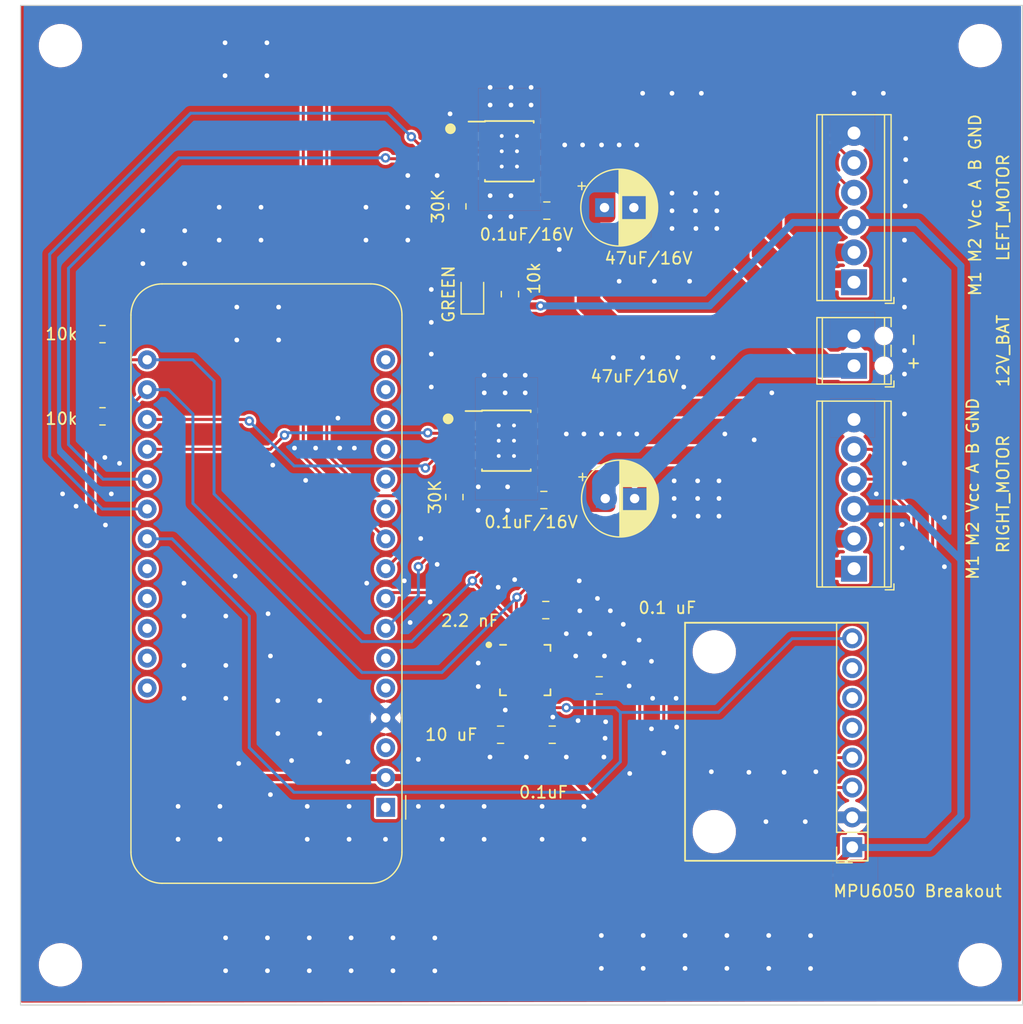
<source format=kicad_pcb>
(kicad_pcb (version 20221018) (generator pcbnew)
  (layers (0 "F.Cu" signal) (31 "B.Cu" signal) (34 "B.Paste" user) (35 "F.Paste" user) (36 "B.SilkS" user "B.Silkscreen") (37 "F.SilkS" user "F.Silkscreen") (38 "B.Mask" user) (39 "F.Mask" user) (44 "Edge.Cuts" user))
  (net 0 "")
  (net 1 "GND")
  (net 7 "OUT_A_RIGHT")
  (net 11 "OUT_B_RIGHT")
  (net 12 "OUT_A_LEFT")
  (net 13 "OUT_B_LEFT")
  (net 19 "IN1_RIGHT")
  (net 28 "IN2_RIGHT")
  (net 29 "IN1_LEFT")
  (net 30 "IN2_LEFT")
  (net 31 "12V_BAT")
  (net 32 "Net-(J1-Pin_1)")
  (net 33 "Net-(J1-Pin_2)")
  (net 39 "Net-(U1-CPOUT)")
  (net 40 "Net-(U1-REGOUT)")
  (net 41 "+3.3V")
  (net 42 "Net-(D1-A)")
  (net 43 "SDA")
  (net 44 "SCL")
  (net 45 "Net-(J2-Pin_1)")
  (net 46 "Net-(J2-Pin_2)")
  (net 47 "INT")
  (net 48 "Net-(U2-ILIM)")
  (net 49 "Net-(U4-ILIM)")
  (footprint "Resistor_SMD:R_0805_2012Metric" (layer "F.Cu") (at 126.5 89)
    (fp_text reference "R11" hide)
    (fp_text value "10k")
  )
  (footprint "MountingHole:MountingHole_3.2mm_M3" (layer "F.Cu") (at 122.919 142.686)
    (fp_text reference "H4" hide)
    (fp_text value "MountingHole")
  )
  (footprint "Resistor_SMD:R_0805_2012Metric" (layer "F.Cu") (at 156.464 102.87 -90)
    (fp_text reference "R8" hide)
    (fp_text value "30K")
  )
  (footprint "Package_SO:Texas_HTSOP-8-1EP_3.9x4.9mm_P1.27mm_EP2.95x4.9mm_Mask2.4x3.1mm_ThermalVias" (layer "F.Cu") (at 161.148 73.436)
    (fp_text reference "U2" hide)
    (fp_text value "DRV8871DDA" hide)
  )
  (footprint "Capacitor_SMD:C_0805_2012Metric" (layer "F.Cu") (at 164.338 78.486 180)
    (fp_text reference "C5" hide)
    (fp_text value "0.1uF/16V")
  )
  (footprint "Capacitor_THT:CP_Radial_D6.3mm_P2.50mm" (layer "F.Cu") (at 169.251621 78.232)
    (fp_text reference "C7" hide)
    (fp_text value "47uF/16V")
  )
  (footprint "MountingHole:MountingHole_3.2mm_M3" (layer "F.Cu") (at 201.249 142.686)
    (fp_text reference "H3" hide)
    (fp_text value "MountingHole" hide)
  )
  (footprint "MountingHole:MountingHole_3.2mm_M3" (layer "F.Cu") (at 178.6 131.35)
    (fp_text reference "H5" hide)
    (fp_text value "IMU MountingHole")
  )
  (footprint "TerminalBlock_Phoenix:TerminalBlock_Phoenix_MPT-0,5-2-2.54_1x02_P2.54mm_Horizontal" (layer "F.Cu") (at 190.5 91.694 90)
    (fp_text reference "J3" hide)
    (fp_text value "12V_BAT")
  )
  (footprint "MountingHole:MountingHole_3.2mm_M3" (layer "F.Cu") (at 178.6 116.05)
    (fp_text reference "H6" hide)
    (fp_text value "IMU MountingHole")
  )
  (footprint "Capacitor_SMD:C_0805_2012Metric" (layer "F.Cu") (at 164.8 123.1 180)
    (fp_text reference "C2")
    (fp_text value "0.1uF")
  )
  (footprint "Sensor_Motion:InvenSense_QFN-24_4x4mm_P0.5mm" (layer "F.Cu") (at 162.5 117.6)
    (fp_text reference "U1" hide)
    (fp_text value "MPU-6050" hide)
  )
  (footprint "Capacitor_SMD:C_0805_2012Metric" (layer "F.Cu") (at 164.084 103.124 180)
    (fp_text reference "C6" hide)
    (fp_text value "0.1uF/16V")
  )
  (footprint "Resistor_SMD:R_0805_2012Metric" (layer "F.Cu") (at 156.718 78.1285 -90)
    (fp_text reference "R1" hide)
    (fp_text value "30K")
  )
  (footprint "Connector_PinSocket_2.54mm:PinSocket_1x08_P2.54mm_Vertical" (layer "F.Cu") (at 190.35 132.674469 180)
    (fp_text reference "J4" hide)
    (fp_text value "Conn_01x08_Socket" hide)
  )
  (footprint "LED_SMD:LED_0805_2012Metric" (layer "F.Cu") (at 158 85.6 90)
    (fp_text reference "D1" hide)
    (fp_text value "GREEN")
  )
  (footprint "TerminalBlock_Phoenix:TerminalBlock_Phoenix_MPT-0,5-6-2.54_1x06_P2.54mm_Horizontal" (layer "F.Cu") (at 190.5 84.582 90)
    (fp_text reference "J1" hide)
    (fp_text value "LEFT_MOTOR")
  )
  (footprint "MountingHole:MountingHole_3.2mm_M3" (layer "F.Cu") (at 201.249 64.446)
    (fp_text reference "H2" hide)
    (fp_text value "MountingHole" hide)
  )
  (footprint "Capacitor_THT:CP_Radial_D6.3mm_P2.50mm" (layer "F.Cu") (at 169.317621 103)
    (fp_text reference "C9" hide)
    (fp_text value "47uF/16V")
  )
  (footprint "Package_SO:Texas_HTSOP-8-1EP_3.9x4.9mm_P1.27mm_EP2.95x4.9mm_Mask2.4x3.1mm_ThermalVias" (layer "F.Cu") (at 160.894 98.074)
    (fp_text reference "U4" hide)
    (fp_text value "DRV8871DDA" hide)
  )
  (footprint "Capacitor_SMD:C_0805_2012Metric" (layer "F.Cu") (at 160.4 123.1 180)
    (fp_text reference "C3" hide)
    (fp_text value "10 uF")
  )
  (footprint "Capacitor_SMD:C_0805_2012Metric" (layer "F.Cu") (at 164.25 112.492 180)
    (fp_text reference "C1" hide)
    (fp_text value "2.2 nF")
  )
  (footprint "Resistor_SMD:R_0805_2012Metric" (layer "F.Cu") (at 161.2 85.6 90)
    (fp_text reference "R2" hide)
    (fp_text value "10k")
  )
  (footprint "TerminalBlock_Phoenix:TerminalBlock_Phoenix_MPT-0,5-6-2.54_1x06_P2.54mm_Horizontal" (layer "F.Cu") (at 190.5 108.966 90)
    (fp_text reference "J2" hide)
    (fp_text value "RIGHT_MOTOR")
  )
  (footprint "Resistor_SMD:R_0805_2012Metric" (layer "F.Cu") (at 126.5 96)
    (fp_text reference "R10" hide)
    (fp_text value "10k")
  )
  (footprint "MountingHole:MountingHole_3.2mm_M3" (layer "F.Cu") (at 122.919 64.446)
    (fp_text reference "H1" hide)
    (fp_text value "MountingHole" hide)
  )
  (footprint "Capacitor_SMD:C_0805_2012Metric" (layer "F.Cu") (at 168.8 118.9)
    (fp_text reference "C4")
    (fp_text value "0.1 uF")
  )
  (footprint "Module:Adafruit_Feather" (layer "F.Cu") (at 150.622 129.286 180)
    (fp_text reference "A1" hide)
    (fp_text value "Adafruit_Feather_HUZZAH32_ESP32" hide)
  )
  (gr_circle (center 155.936532 96.212233) (end 156.317532 96.212233) (stroke (width 0.15)) (fill solid) (layer "F.SilkS"))
  (gr_rect (start 176.110631 113.56907) (end 191.68 133.830931) (stroke (width 0.15)) (fill none) (layer "F.SilkS"))
  (gr_circle (center 156.132593 71.51846) (end 156.513593 71.51846) (stroke (width 0.15)) (fill solid) (layer "F.SilkS"))
  (gr_circle (center 159.4 115.45) (end 159.606155 115.45) (stroke (width 0.15)) (fill solid) (layer "F.SilkS"))
  (gr_rect (start 119.517 61.021) (end 204.851 146.111) (stroke (width 0.1)) (fill none) (layer "Edge.Cuts"))
  (gr_text "MPU6050 Breakout" (at 188.65 137) (layer "F.SilkS") (effects (font (size 1 1)) (justify left bottom)))
  (gr_text "M1 M2 Vcc A B GND" (at 201.4 85.852 90) (layer "F.SilkS") (effects (font (size 1 1)) (justify left bottom)))
  (gr_text "+ -" (at 196.088 92.202 90) (layer "F.SilkS") (effects (font (size 1 1)) (justify left bottom)))
  (gr_text "M1 M2 Vcc A B GND" (at 201.2 110 90) (layer "F.SilkS") (effects (font (size 1 1)) (justify left bottom)))
  (segment (start 161.25 119.55) (end 161.25 120.55) (width 0.25) (layer "F.Cu") (net 1))
  (segment (start 162.25 119.55) (end 162.25 122.136396) (width 0.25) (layer "F.Cu") (net 1))
  (segment (start 162.25 122.136396) (end 162.6 122.486396) (width 0.25) (layer "F.Cu") (net 1))
  (segment (start 160.55 116.35) (end 159.15 116.35) (width 0.25) (layer "F.Cu") (net 1))
  (segment (start 163.65 121.6) (end 164.85 121.6) (width 0.25) (layer "F.Cu") (net 1))
  (segment (start 163.25 121.25) (end 163.6 121.6) (width 0.25) (layer "F.Cu") (net 1))
  (segment (start 160.55 118.85) (end 158.65 118.85) (width 0.25) (layer "F.Cu") (net 1))
  (segment (start 163.25 119.55) (end 163.25 121.25) (width 0.25) (layer "F.Cu") (net 1))
  (segment (start 158.65 118.85) (end 158.5 119) (width 0.25) (layer "F.Cu") (net 1))
  (segment (start 166.75 116.35) (end 166.8 116.4) (width 0.25) (layer "F.Cu") (net 1))
  (segment (start 161.3 120.6) (end 160.9 121) (width 0.25) (layer "F.Cu") (net 1))
  (segment (start 162.6 122.486396) (end 162.6 125) (width 0.25) (layer "F.Cu") (net 1))
  (segment (start 159.15 116.35) (end 158.5 117) (width 0.25) (layer "F.Cu") (net 1))
  (segment (start 164.45 116.35) (end 166.75 116.35) (width 0.25) (layer "F.Cu") (net 1))
  (segment (start 161.25 120.55) (end 161.3 120.6) (width 0.25) (layer "F.Cu") (net 1))
  (via (at 168.984 140.19) (size 0.8) (drill 0.4) (layers "F.Cu" "B.Cu") (net 1))
  (via (at 169.35 122) (size 0.8) (drill 0.4) (layers "F.Cu" "B.Cu") (net 1))
  (via (at 141.4368 120.2) (size 0.8) (drill 0.4) (layers "F.Cu" "B.Cu") (net 1))
  (via (at 184.55 126.3) (size 0.8) (drill 0.4) (layers "F.Cu" "B.Cu") (net 1))
  (via (at 160.2 110.55) (size 0.8) (drill 0.4) (layers "F.Cu" "B.Cu") (net 1))
  (via (at 194.8 90.4) (size 0.8) (drill 0.4) (layers "F.Cu" "B.Cu") (net 1))
  (via (at 144.65 98.7) (size 0.8) (drill 0.4) (layers "F.Cu" "B.Cu") (net 1))
  (via (at 170.85 113.7) (size 0.8) (drill 0.4) (layers "F.Cu" "B.Cu") (net 1))
  (via (at 194.8 86.7) (size 0.8) (drill 0.4) (layers "F.Cu" "B.Cu") (net 1))
  (via (at 149 110.2) (size 0.8) (drill 0.4) (layers "F.Cu" "B.Cu") (net 1))
  (via (at 158.5 102) (size 0.8) (drill 0.4) (layers "F.Cu" "B.Cu") (net 1))
  (via (at 136.984 143.19) (size 0.8) (drill 0.4) (layers "F.Cu" "B.Cu") (net 1))
  (via (at 140 81) (size 0.8) (drill 0.4) (layers "F.Cu" "B.Cu") (net 1))
  (via (at 140.8 116.4) (size 0.8) (drill 0.4) (layers "F.Cu" "B.Cu") (net 1))
  (via (at 168 114.5) (size 0.8) (drill 0.4) (layers "F.Cu" "B.Cu") (net 1))
  (via (at 161.29 69.5) (size 0.8) (drill 0.4) (layers "F.Cu" "B.Cu") (net 1))
  (via (at 170.5 84.5) (size 0.8) (drill 0.4) (layers "F.Cu" "B.Cu") (net 1))
  (via (at 140.5472 140.39) (size 0.8) (drill 0.4) (layers "F.Cu" "B.Cu") (net 1))
  (via (at 152.2 110) (size 0.8) (drill 0.4) (layers "F.Cu" "B.Cu") (net 1))
  (via (at 165.862 72.898) (size 0.8) (drill 0.4) (layers "F.Cu" "B.Cu") (net 1))
  (via (at 156.1 70.25) (size 0.8) (drill 0.4) (layers "F.Cu" "B.Cu") (net 1))
  (via (at 140.8 128.2) (size 0.8) (drill 0.4) (layers "F.Cu" "B.Cu") (net 1))
  (via (at 175.35 120) (size 0.8) (drill 0.4) (layers "F.Cu" "B.Cu") (net 1))
  (via (at 194.8 95.8) (size 0.8) (drill 0.4) (layers "F.Cu" "B.Cu") (net 1))
  (via (at 166 97.5) (size 0.8) (drill 0.4) (layers "F.Cu" "B.Cu") (net 1))
  (via (at 151.2368 143.19) (size 0.8) (drill 0.4) (layers "F.Cu" "B.Cu") (net 1))
  (via (at 151.2368 140.39) (size 0.8) (drill 0.4) (layers "F.Cu" "B.Cu") (net 1))
  (via (at 126.7 99.5) (size 0.8) (drill 0.4) (layers "F.Cu" "B.Cu") (net 1))
  (via (at 163.9368 132) (size 0.8) (drill 0.4) (layers "F.Cu" "B.Cu") (net 1))
  (via (at 136.4368 81) (size 0.8) (drill 0.4) (layers "F.Cu" "B.Cu") (net 1))
  (via (at 159.5 125) (size 0.8) (drill 0.4) (layers "F.Cu" "B.Cu") (net 1))
  (via (at 167.1 110) (size 0.8) (drill 0.4) (layers "F.Cu" "B.Cu") (net 1))
  (via (at 194.8 84.4) (size 0.8) (drill 0.4) (layers "F.Cu" "B.Cu") (net 1))
  (via (at 187.25 126.25) (size 0.8) (drill 0.4) (layers "F.Cu" "B.Cu") (net 1))
  (via (at 175.184 102.99) (size 0.8) (drill 0.4) (layers "F.Cu" "B.Cu") (net 1))
  (via (at 167.386 72.898) (size 0.8) (drill 0.4) (layers "F.Cu" "B.Cu") (net 1))
  (via (at 138.1 125.55) (size 0.8) (drill 0.4) (layers "F.Cu" "B.Cu") (net 1))
  (via (at 178.5 91) (size 0.8) (drill 0.4) (layers "F.Cu" "B.Cu") (net 1))
  (via (at 166 125) (size 0.8) (drill 0.4) (layers "F.Cu" "B.Cu") (net 1))
  (via (at 155 75.5) (size 0.8) (drill 0.4) (layers "F.Cu" "B.Cu") (net 1))
  (via (at 182 98) (size 0.8) (drill 0.4) (layers "F.Cu" "B.Cu") (net 1))
  (via (at 175 80.01) (size 0.8) (drill 0.4) (layers "F.Cu" "B.Cu") (net 1))
  (via (at 133.4368 113) (size 0.8) (drill 0.4) (layers "F.Cu" "B.Cu") (net 1))
  (via (at 147.95 98.7) (size 0.8) (drill 0.4) (layers "F.Cu" "B.Cu") (net 1))
  (via (at 175.184 101.49) (size 0.8) (drill 0.4) (layers "F.Cu" "B.Cu") (net 1))
  (via (at 154.5 88) (size 0.8) (drill 0.4) (layers "F.Cu" "B.Cu") (net 1))
  (via (at 144.1104 140.39) (size 0.8) (drill 0.4) (layers "F.Cu" "B.Cu") (net 1))
  (via (at 194.8 100) (size 0.8) (drill 0.4) (layers "F.Cu" "B.Cu") (net 1))
  (via (at 194.8 92.4) (size 0.8) (drill 0.4) (layers "F.Cu" "B.Cu") (net 1))
  (via (at 178.816 77) (size 0.8) (drill 0.4) (layers "F.Cu" "B.Cu") (net 1))
  (via (at 146.7 98.7) (size 0.8) (drill 0.4) (layers "F.Cu" "B.Cu") (net 1))
  (via (at 152.5 75.5) (size 0.8) (drill 0.4) (layers "F.Cu" "B.Cu") (net 1))
  (via (at 123.1 102.6) (size 0.8) (drill 0.4) (layers "F.Cu" "B.Cu") (net 1))
  (via (at 159.512 69.5) (size 0.8) (drill 0.4) (layers "F.Cu" "B.Cu") (net 1))
  (via (at 170.5 72.898) (size 0.8) (drill 0.4) (layers "F.Cu" "B.Cu") (net 1))
  (via (at 154.8 143.2) (size 0.8) (drill 0.4) (layers "F.Cu" "B.Cu") (net 1))
  (via (at 159.012 92.5) (size 0.8) (drill 0.4) (layers "F.Cu" "B.Cu") (net 1))
  (via (at 137.9368 86.7) (size 0.8) (drill 0.4) (layers "F.Cu" "B.Cu") (net 1))
  (via (at 183 130.5) (size 0.8) (drill 0.4) (layers "F.Cu" "B.Cu") (net 1))
  (via (at 173.5 84.5) (size 0.8) (drill 0.4) (layers "F.Cu" "B.Cu") (net 1))
  (via (at 175.4 122.45) (size 0.8) (drill 0.4) (layers "F.Cu" "B.Cu") (net 1))
  (via (at 167.5 129.2) (size 0.8) (drill 0.4) (layers "F.Cu" "B.Cu") (net 1))
  (via (at 169.25 116.4) (size 0.8) (drill 0.4) (layers "F.Cu" "B.Cu") (net 1))
  (via (at 137 117.2) (size 0.8) (drill 0.4) (layers "F.Cu" "B.Cu") (net 1))
  (via (at 159 129.2) (size 0.8) (drill 0.4) (layers "F.Cu" "B.Cu") (net 1))
  (via (at 190.5 68.5) (size 0.8) (drill 0.4) (layers "F.Cu" "B.Cu") (net 1))
  (via (at 160.79 94) (size 0.8) (drill 0.4) (layers "F.Cu" "B.Cu") (net 1))
  (via (at 137 120) (size 0.8) (drill 0.4) (layers "F.Cu" "B.Cu") (net 1))
  (via (at 198.2 104.6) (size 0.8) (drill 0.4) (layers "F.Cu" "B.Cu") (net 1))
  (via (at 150.6 132) (size 0.8) (drill 0.4) (layers "F.Cu" "B.Cu") (net 1))
  (via (at 141.5 86.7) (size 0.8) (drill 0.4) (layers "F.Cu" "B.Cu") (net 1))
  (via (at 127.25 102.6) (size 0.8) (drill 0.4) (layers "F.Cu" "B.Cu") (net 1))
  (via (at 155.4368 129.2) (size 0.8) (drill 0.4) (layers "F.Cu" "B.Cu") (net 1))
  (via (at 140.5 67) (size 0.8) (drill 0.4) (layers "F.Cu" "B.Cu") (net 1))
  (via (at 176 93.5) (size 0.8) (drill 0.4) (layers "F.Cu" "B.Cu") (net 1))
  (via (at 172 97.5) (size 0.8) (drill 0.4) (layers "F.Cu" "B.Cu") (net 1))
  (via (at 167 121.9) (size 0.8) (drill 0.4) (layers "F.Cu" "B.Cu") (net 1))
  (via (at 160.8 121) (size 0.8) (drill 0.4) (layers "F.Cu" "B.Cu") (net 1))
  (via (at 172 72.898) (size 0.8) (drill 0.4) (layers "F.Cu" "B.Cu") (net 1))
  (via (at 175 78.5) (size 0.8) (drill 0.4) (layers "F.Cu" "B.Cu") (net 1))
  (via (at 179.5 97.5) (size 0.8) (drill 0.4) (layers "F.Cu" "B.Cu") (net 1))
  (via (at 186.8 140.2) (size 0.8) (drill 0.4) (layers "F.Cu" "B.Cu") (net 1))
  (via (at 136.9368 67) (size 0.8) (drill 0.4) (layers "F.Cu" "B.Cu") (net 1))
  (via (at 144.1104 143.19) (size 0.8) (drill 0.4) (layers "F.Cu" "B.Cu") (net 1))
  (via (at 186.8 143) (size 0.8) (drill 0.4) (layers "F.Cu" "B.Cu") (net 1))
  (via (at 161.6 109.9) (size 0.8) (drill 0.4) (layers "F.Cu" "B.Cu") (net 1))
  (via (at 193 68.5) (size 0.8) (drill 0.4) (layers "F.Cu" "B.Cu") (net 1))
  (via (at 163 69.5) (size 0.8) (drill 0.4) (layers "F.Cu" "B.Cu") (net 1))
  (via (at 172.5 68.5) (size 0.8) (drill 0.4) (layers "F.Cu" "B.Cu") (net 1))
  (via (at 168.65 111.5) (size 0.8) (drill 0.4) (layers "F.Cu" "B.Cu") (net 1))
  (via (at 177.184 101.49) (size 0.8) (drill 0.4) (layers "F.Cu" "B.Cu") (net 1))
  (via (at 147.6736 143.19) (size 0.8) (drill 0.4) (layers "F.Cu" "B.Cu") (net 1))
  (via (at 181.55 126.3) (size 0.8) (drill 0.4) (layers "F.Cu" "B.Cu") (net 1))
  (via (at 127.95 100) (size 0.8) (drill 0.4) (layers "F.Cu" "B.Cu") (net 1))
  (via (at 179.6736 142.99) (size 0.8) (drill 0.4) (layers "F.Cu" "B.Cu") (net 1))
  (via (at 194.6 107.2) (size 0.8) (drill 0.4) (layers "F.Cu" "B.Cu") (net 1))
  (via (at 145 123) (size 0.8) (drill 0.4) (layers "F.Cu" "B.Cu") (net 1))
  (via (at 159.512 77.216) (size 0.8) (drill 0.4) (layers "F.Cu" "B.Cu") (net 1))
  (via (at 133.5 80.2) (size 0.8) (drill 0.4) (layers "F.Cu" "B.Cu") (net 1))
  (via (at 173.25 116.85) (size 0.8) (drill 0.4) (layers "F.Cu" "B.Cu") (net 1))
  (via (at 137.8 109.6) (size 0.8) (drill 0.4) (layers "F.Cu" "B.Cu") (net 1))
  (via (at 161 104) (size 0.8) (drill 0.4) (layers "F.Cu" "B.Cu") (net 1))
  (via (at 161.29 79) (size 0.8) (drill 0.4) (layers "F.Cu" "B.Cu") (net 1))
  (via (at 169 72.898) (size 0.8) (drill 0.4) (layers "F.Cu" "B.Cu") (net 1))
  (via (at 136.5 132) (size 0.8) (drill 0.4) (layers "F.Cu" "B.Cu") (net 1))
  (via (at 170 91) (size 0.8) (drill 0.4) (layers "F.Cu" "B.Cu") (net 1))
  (via (at 192.8 105.2) (size 0.8) (drill 0.4) (layers "F.Cu" "B.Cu") (net 1))
  (via (at 152.5 78.2) (size 0.8) (drill 0.4) (layers "F.Cu" "B.Cu") (net 1))
  (via (at 132.9368 132) (size 0.8) (drill 0.4) (layers "F.Cu" "B.Cu") (net 1))
  (via (at 177.5 68.5) (size 0.8) (drill 0.4) (layers "F.Cu" "B.Cu") (net 1))
  (via (at 154.5 85.2) (size 0.8) (drill 0.4) (layers "F.Cu" "B.Cu") (net 1))
  (via (at 158.5 117) (size 0.8) (drill 0.4) (layers "F.Cu" "B.Cu") (net 1))
  (via (at 154.8 140.4) (size 0.8) (drill 0.4) (layers "F.Cu" "B.Cu") (net 1))
  (via (at 176.5 84.5) (size 0.8) (drill 0.4) (layers "F.Cu" "B.Cu") (net 1))
  (via (at 154.5 90.7) (size 0.8) (drill 0.4) (layers "F.Cu" "B.Cu") (net 1))
  (via (at 169 97.5) (size 0.8) (drill 0.4) (layers "F.Cu" "B.Cu") (net 1))
  (via (at 154.5 93.5) (size 0.8) (drill 0.4) (layers "F.Cu" "B.Cu") (net 1))
  (via (at 175.5 91) (size 0.8) (drill 0.4) (layers "F.Cu" "B.Cu") (net 1))
  (via (at 162.5 92.5) (size 0.8) (drill 0.4) (layers "F.Cu" "B.Cu") (net 1))
  (via (at 186.35 130.5) (size 0.8) (drill 0.4) (layers "F.Cu" "B.Cu") (net 1))
  (via (at 155 108.6) (size 0.8) (drill 0.4) (layers "F.Cu" "B.Cu") (net 1))
  (via (at 176.1104 140.19) (size 0.8) (drill 0.4) (layers "F.Cu" "B.Cu") (net 1))
  (via (at 161 102) (size 0.8) (drill 0.4) (layers "F.Cu" "B.Cu") (net 1))
  (via (at 129.9368 83) (size 0.8) (drill 0.4) (layers "F.Cu" "B.Cu") (net 1))
  (via (at 153.6 106.4) (size 0.8) (drill 0.4) (layers "F.Cu" "B.Cu") (net 1))
  (via (at 142.6 125.3) (size 0.8) (drill 0.4) (layers "F.Cu" "B.Cu") (net 1))
  (via (at 194.85 78.1) (size 0.8) (drill 0.4) (layers "F.Cu" "B.Cu") (net 1))
  (via (at 183.5 94) (size 0.8) (drill 0.4) (layers "F.Cu" "B.Cu") (net 1))
  (via (at 137.9368 89.5) (size 0.8) (drill 0.4) (layers "F.Cu" "B.Cu") (net 1))
  (via (at 183.2368 142.99) (size 0.8) (drill 0.4) (layers "F.Cu" "B.Cu") (net 1))
  (via (at 192.4 102.6) (size 0.8) (drill 0.4) (layers "F.Cu" "B.Cu") (net 1))
  (via (at 143.9368 129.2) (size 0.8) (drill 0.4) (layers "F.Cu" "B.Cu") (net 1))
  (via (at 152.7 113.55) (size 0.8) (drill 0.4) (layers "F.Cu" "B.Cu") (net 1))
  (via (at 169.2 125) (size 0.8) (drill 0.4) (layers "F.Cu" "B.Cu") (net 1))
  (via (at 132.9368 129.2) (size 0.8) (drill 0.4) (layers "F.Cu" "B.Cu") (net 1))
  (via (at 194.6 105.2) (size 0.8) (drill 0.4) (layers "F.Cu" "B.Cu") (net 1))
  (via (at 148.9368 81) (size 0.8) (drill 0.4) (layers "F.Cu" "B.Cu") (net 1))
  (via (at 143.8 101.45) (size 0.8) (drill 0.4) (layers "F.Cu" "B.Cu") (net 1))
  (via (at 146.55 96.15) (size 0.8) (drill 0.4) (layers "F.Cu" "B.Cu") (net 1))
  (via (at 179.6736 140.19) (size 0.8) (drill 0.4) (layers "F.Cu" "B.Cu") (net 1))
  (via (at 148.9368 78.2) (size 0.8) (drill 0.4) (layers "F.Cu" "B.Cu") (net 1))
  (via (at 147.6736 140.39) (size 0.8) (drill 0.4) (layers "F.Cu" "B.Cu") (net 1))
  (via (at 137 113) (size 0.8) (drill 0.4) (layers "F.Cu" "B.Cu") (net 1))
  (via (at 169.3 123.4) (size 0.8) (drill 0.4) (layers "F.Cu" "B.Cu") (net 1))
  (via (at 147.5 129.2) (size 0.8) (drill 0.4) (layers "F.Cu" "B.Cu") (net 1))
  (via (at 163.9368 129.2) (size 0.8) (drill 0.4) (layers "F.Cu" "B.Cu") (net 1))
  (via (at 124.25 103.65) (size 0.8) (drill 0.4) (layers "F.Cu" "B.Cu") (net 1))
  (via (at 133.5 83) (size 0.8) (drill 0.4) (layers "F.Cu" "B.Cu") (net 1))
  (via (at 160.79 92.5) (size 0.8) (drill 0.4) (layers "F.Cu" "B.Cu") (net 1))
  (via (at 173.25 122.6) (size 0.8) (drill 0.4) (layers "F.Cu" "B.Cu") (net 1))
  (via (at 179 101.49) (size 0.8) (drill 0.4) (layers "F.Cu" "B.Cu") (net 1))
  (via (at 178.35 126.25) (size 0.8) (drill 0.4) (layers "F.Cu" "B.Cu") (net 1))
  (via (at 155.4368 132) (size 0.8) (drill 0.4) (layers "F.Cu" "B.Cu") (net 1))
  (via (at 141.5 89.5) (size 0.8) (drill 0.4) (layers "F.Cu" "B.Cu") (net 1))
  (via (at 159 132) (size 0.8) (drill 0.4) (layers "F.Cu" "B.Cu") (net 1))
  (via (at 183.2368 140.19) (size 0.8) (drill 0.4) (layers "F.Cu" "B.Cu") (net 1))
  (via (at 177.038 80.01) (size 0.8) (drill 0.4) (layers "F.Cu" "B.Cu") (net 1))
  (via (at 136.4368 78.2) (size 0.8) (drill 0.4) (layers "F.Cu" "B.Cu") (net 1))
  (via (at 129.9368 80.2) (size 0.8) (drill 0.4) (layers "F.Cu" "B.Cu") (net 1))
  (via (at 166 114.5) (size 0.8) (drill 0.4) (layers "F.Cu" "B.Cu") (net 1))
  (via (at 168.984 142.99) (size 0.8) (drill 0.4) (layers "F.Cu" "B.Cu") (net 1))
  (via (at 172.5472 140.19) (size 0.8) (drill 0.4) (layers "F.Cu" "B.Cu") (net 1))
  (via (at 159.012 94) (size 0.8) (drill 0.4) (layers "F.Cu" "B.Cu") (net 1))
  (via (at 140.6 112.8) (size 0.8) (drill 0.4) (layers "F.Cu" "B.Cu") (net 1))
  (via (at 140.5472 143.19) (size 0.8) (drill 0.4) (layers "F.Cu" "B.Cu") (net 1))
  (via (at 154.4 111.8) (size 0.8) (drill 0.4) (layers "F.Cu" "B.Cu") (net 1))
  (via (at 158.5 119) (size 0.8) (drill 0.4) (layers "F.Cu" "B.Cu") (net 1))
  (via (at 161.29 68) (size 0.8) (drill 0.4) (layers "F.Cu" "B.Cu") (net 1))
  (via (at 143.9368 132) (size 0.8) (drill 0.4) (layers "F.Cu" "B.Cu") (net 1))
  (via (at 162.5 94) (size 0.8) (drill 0.4) (layers "F.Cu" "B.Cu") (net 1))
  (via (at 133.4368 117.2) (size 0.8) (drill 0.4) (layers "F.Cu" "B.Cu") (net 1))
  (via (at 140.5 64.2) (size 0.8) (drill 0.4) (layers "F.Cu" "B.Cu") (net 1))
  (via (at 172.5 91) (size 0.8) (drill 0.4) (layers "F.Cu" "B.Cu") (net 1))
  (via (at 179 102.99) (size 0.8) (drill 0.4) (layers "F.Cu" "B.Cu") (net 1))
  (via (at 136.984 140.39) (size 0.8) (drill 0.4) (layers "F.Cu" "B.Cu") (net 1))
  (via (at 142.85 98.7) (size 0.8) (drill 0.4) (layers "F.Cu" "B.Cu") (net 1))
  (via (at 164.85 121.6) (size 0.8) (drill 0.4) (layers "F.Cu" "B.Cu") (net 1))
  (via (at 175 77) (size 0.8) (drill 0.4) (layers "F.Cu" "B.Cu") (net 1))
  (via (at 175.184 104.5) (size 0.8) (drill 0.4) (layers "F.Cu" "B.Cu") (net 1))
  (via (at 153.4 125.2) (size 0.8) (drill 0.4) (layers "F.Cu" "B.Cu") (net 1))
  (via (at 167.15 112.55) (size 0.8) (drill 0.4) (layers "F.Cu" "B.Cu") (net 1))
  (via (at 176.1104 142.99) (size 0.8) (drill 0.4) (layers "F.Cu" "B.Cu") (net 1))
  (via (at 167.5 97.5) (size 0.8) (drill 0.4) (layers "F.Cu" "B.Cu") (net 1))
  (via (at 163 68) (size 0.8) (drill 0.4) (layers "F.Cu" "B.Cu") (net 1))
  (via (at 133.4368 110.2) (size 0.8) (drill 0.4) (layers "F.Cu" "B.Cu") (net 1))
  (via (at 161.29 77.216) (size 0.8) (drill 0.4) (layers "F.Cu" "B.Cu") (net 1))
  (via (at 175 68.5) (size 0.8) (drill 0.4) (layers "F.Cu" "B.Cu") (net 1))
  (via (at 173.35 120) (size 0.8) (drill 0.4) (layers "F.Cu" "B.Cu") (net 1))
  (via (at 177 78.5) (size 0.8) (drill 0.4) (layers "F.Cu" "B.Cu") (net 1))
  (via (at 162.6 125) (size 0.8) (drill 0.4) (layers "F.Cu" "B.Cu") (net 1))
  (via (at 136.9368 64.2) (size 0.8) (drill 0.4) (layers "F.Cu" "B.Cu") (net 1))
  (via (at 198.2 108.8) (size 0.8) (drill 0.4) (layers "F.Cu" "B.Cu") (net 1))
  (via (at 172.2 115.05) (size 0.8) (drill 0.4) (layers "F.Cu" "B.Cu") (net 1))
  (via (at 177 77) (size 0.8) (drill 0.4) (layers "F.Cu" "B.Cu") (net 1))
  (via (at 159.512 79) (size 0.8) (drill 0.4) (layers "F.Cu" "B.Cu") (net 1))
  (via (at 167.5 132) (size 0.8) (drill 0.4) (layers "F.Cu" "B.Cu") (net 1))
  (via (at 133.4368 120) (size 0.8) (drill 0.4) (layers "F.Cu" "B.Cu") (net 1))
  (via (at 194.9 74.15) (size 0.8) (drill 0.4) (layers "F.Cu" "B.Cu") (net 1))
  (via (at 172.5472 142.99) (size 0.8) (drill 0.4) (layers "F.Cu" "B.Cu") (net 1))
  (via (at 126.75 105.25) (size 0.8) (drill 0.4) (layers "F.Cu" "B.Cu") (net 1))
  (via (at 170.9 117) (size 0.8) (drill 0.4) (layers "F.Cu" "B.Cu") (net 1))
  (via (at 169.75 112.55) (size 0.8) (drill 0.4) (layers "F.Cu" "B.Cu") (net 1))
  (via (at 140 78.2) (size 0.8) (drill 0.4) (layers "F.Cu" "B.Cu") (net 1))
  (via (at 170.5 97.5) (size 0.8) (drill 0.4) (layers "F.Cu" "B.Cu") (net 1))
  (via (at 171.4 126.4) (size 0.8) (drill 0.4) (layers "F.Cu" "B.Cu") (net 1))
  (via (at 159.512 68) (size 0.8) (drill 0.4) (layers "F.Cu" "B.Cu") (net 1))
  (via (at 141 100.15) (size 0.8) (drill 0.4) (layers "F.Cu" "B.Cu") (net 1))
  (via (at 179 104.5) (size 0.8) (drill 0.4) (layers "F.Cu" "B.Cu") (net 1))
  (via (at 194.9 76) (size 0.8) (drill 0.4) (layers "F.Cu" "B.Cu") (net 1))
  (via (at 194.9 72.35) (size 0.8) (drill 0.4) (layers "F.Cu" "B.Cu") (net 1))
  (via (at 194.8 81) (size 0.8) (drill 0.4) (layers "F.Cu" "B.Cu") (net 1))
  (via (at 177.222 104.5) (size 0.8) (drill 0.4) (layers "F.Cu" "B.Cu") (net 1))
  (via (at 166.8 116.4) (size 0.8) (drill 0.4) (layers "F.Cu" "B.Cu") (net 1))
  (via (at 158.5 104) (size 0.8) (drill 0.4) (layers "F.Cu" "B.Cu") (net 1))
  (via (at 147.4 125.4) (size 0.8) (drill 0.4) (layers "F.Cu" "B.Cu") (net 1))
  (via (at 152.5 81) (size 0.8) (drill 0.4) (layers "F.Cu" "B.Cu") (net 1))
  (via (at 153.4 129.2) (size 0.8) (drill 0.4) (layers "F.Cu" "B.Cu") (net 1))
  (via (at 141.4368 123) (size 0.8) (drill 0.4) (layers "F.Cu" "B.Cu") (net 1))
  (via (at 147.5 132) (size 0.8) (drill 0.4) (layers "F.Cu" "B.Cu") (net 1))
  (via (at 174.3 124.65) (size 0.8) (drill 0.4) (layers "F.Cu" "B.Cu") (net 1))
  (via (at 136.5 129.2) (size 0.8) (drill 0.4) (layers "F.Cu" "B.Cu") (net 1))
  (via (at 165.4 81.8) (size 0.8) (drill 0.4) (layers "F.Cu" "B.Cu") (net 1))
  (via (at 178.816 80.01) (size 0.8) (drill 0.4) (layers "F.Cu" "B.Cu") (net 1))
  (via (at 178.816 78.5) (size 0.8) (drill 0.4) (layers "F.Cu" "B.Cu") (net 1))
  (via (at 145 120.2) (size 0.8) (drill 0.4) (layers "F.Cu" "B.Cu") (net 1))
  (via (at 171.35 118.95) (size 0.8) (drill 0.4) (layers "F.Cu" "B.Cu") (net 1))
  (via (at 177.184 102.99) (size 0.8) (drill 0.4) (layers "F.Cu" "B.Cu") (net 1))
  (segment (start 192.546 101.346) (end 195.6 104.4) (width 0.25) (layer "F.Cu") (net 7))
  (segment (start 177 106) (end 156.2 106) (width 0.25) (layer "F.Cu") (net 7))
  (segment (start 182.2 111.2) (end 177 106) (width 0.25) (layer "F.Cu") (net 7))
  (segment (start 195.6 110.8) (end 195.2 111.2) (width 0.25) (layer "F.Cu") (net 7))
  (segment (start 156.2 106) (end 153.4 108.8) (width 0.25) (layer "F.Cu") (net 7))
  (segment (start 195.6 104.4) (end 195.6 110.8) (width 0.25) (layer "F.Cu") (net 7))
  (segment (start 195.2 111.2) (end 182.2 111.2) (width 0.25) (layer "F.Cu") (net 7))
  (segment (start 190.5 101.346) (end 192.546 101.346) (width 0.25) (layer "F.Cu") (net 7))
  (via (at 153.4 108.8) (size 0.8) (drill 0.4) (layers "F.Cu" "B.Cu") (net 7))
  (segment (start 153.4 111.268) (end 150.622 114.046) (width 0.25) (layer "B.Cu") (net 7))
  (segment (start 153.4 108.8) (end 153.4 111.268) (width 0.25) (layer "B.Cu") (net 7))
  (segment (start 157.7 107.5) (end 174.9 107.5) (width 0.25) (layer "F.Cu") (net 11))
  (segment (start 195.6 112.8) (end 197.2 111.2) (width 0.25) (layer "F.Cu") (net 11))
  (segment (start 174.9 107.5) (end 180.2 112.8) (width 0.25) (layer "F.Cu") (net 11))
  (segment (start 154.2 111) (end 157.7 107.5) (width 0.25) (layer "F.Cu") (net 11))
  (segment (start 197.2 104) (end 192.006 98.806) (width 0.25) (layer "F.Cu") (net 11))
  (segment (start 192.006 98.806) (end 190.5 98.806) (width 0.25) (layer "F.Cu") (net 11))
  (segment (start 151.128 111) (end 154.2 111) (width 0.25) (layer "F.Cu") (net 11))
  (segment (start 180.2 112.8) (end 195.6 112.8) (width 0.25) (layer "F.Cu") (net 11))
  (segment (start 197.2 111.2) (end 197.2 104) (width 0.25) (layer "F.Cu") (net 11))
  (segment (start 150.622 111.506) (end 151.128 111) (width 0.25) (layer "F.Cu") (net 11))
  (segment (start 190.5 76.962) (end 186 72.462) (width 0.25) (layer "F.Cu") (net 12))
  (segment (start 184 65.5) (end 146.7 65.5) (width 0.25) (layer "F.Cu") (net 12))
  (segment (start 146.7 65.5) (end 145.6 66.6) (width 0.25) (layer "F.Cu") (net 12))
  (segment (start 151.961 102.761) (end 152.4 103.2) (width 0.25) (layer "F.Cu") (net 12))
  (segment (start 152.4 103.2) (end 152.4 107.188) (width 0.25) (layer "F.Cu") (net 12))
  (segment (start 152.4 107.188) (end 150.622 108.966) (width 0.25) (layer "F.Cu") (net 12))
  (segment (start 145.6 66.6) (end 145.6 99.2) (width 0.25) (layer "F.Cu") (net 12))
  (segment (start 186 72.462) (end 186 67.5) (width 0.25) (layer "F.Cu") (net 12))
  (segment (start 186 67.5) (end 184 65.5) (width 0.25) (layer "F.Cu") (net 12))
  (segment (start 145.6 99.2) (end 149.161 102.761) (width 0.25) (layer "F.Cu") (net 12))
  (segment (start 149.161 102.761) (end 151.961 102.761) (width 0.25) (layer "F.Cu") (net 12))
  (segment (start 143.6 99.404) (end 150.622 106.426) (width 0.25) (layer "F.Cu") (net 13))
  (segment (start 188 67) (end 184.2 63.2) (width 0.25) (layer "F.Cu") (net 13))
  (segment (start 190.5 74.422) (end 188 71.922) (width 0.25) (layer "F.Cu") (net 13))
  (segment (start 143.6 66) (end 143.6 99.404) (width 0.25) (layer "F.Cu") (net 13))
  (segment (start 188 71.922) (end 188 67) (width 0.25) (layer "F.Cu") (net 13))
  (segment (start 146.4 63.2) (end 143.6 66) (width 0.25) (layer "F.Cu") (net 13))
  (segment (start 184.2 63.2) (end 146.4 63.2) (width 0.25) (layer "F.Cu") (net 13))
  (segment (start 158.019 98.709) (end 155.691 98.709) (width 0.25) (layer "F.Cu") (net 19))
  (segment (start 139 96.4) (end 138.866 96.266) (width 0.25) (layer "F.Cu") (net 19))
  (segment (start 138.866 96.266) (end 130.302 96.266) (width 0.25) (layer "F.Cu") (net 19))
  (segment (start 155.691 98.709) (end 154 100.4) (width 0.25) (layer "F.Cu") (net 19))
  (via (at 139 96.4) (size 0.8) (drill 0.4) (layers "F.Cu" "B.Cu") (net 19))
  (via (at 154 100.4) (size 0.8) (drill 0.4) (layers "F.Cu" "B.Cu") (net 19))
  (segment (start 142.821 100.221) (end 139 96.4) (width 0.25) (layer "B.Cu") (net 19))
  (segment (start 153.821 100.221) (end 142.821 100.221) (width 0.25) (layer "B.Cu") (net 19))
  (segment (start 154 100.4) (end 153.821 100.221) (width 0.25) (layer "B.Cu") (net 19))
  (segment (start 158.019 97.439) (end 154.239 97.439) (width 0.25) (layer "F.Cu") (net 28))
  (segment (start 140.794 98.806) (end 130.302 98.806) (width 0.25) (layer "F.Cu") (net 28))
  (segment (start 154.239 97.439) (end 154.2 97.4) (width 0.25) (layer "F.Cu") (net 28))
  (segment (start 142 97.6) (end 140.794 98.806) (width 0.25) (layer "F.Cu") (net 28))
  (via (at 142 97.6) (size 0.8) (drill 0.4) (layers "F.Cu" "B.Cu") (net 28))
  (via (at 154.2 97.4) (size 0.8) (drill 0.4) (layers "F.Cu" "B.Cu") (net 28))
  (segment (start 142.2 97.4) (end 142 97.6) (width 0.25) (layer "B.Cu") (net 28))
  (segment (start 154.2 97.4) (end 154 97.2) (width 0.25) (layer "B.Cu") (net 28))
  (segment (start 154.2 97.4) (end 142.2 97.4) (width 0.25) (layer "B.Cu") (net 28))
  (segment (start 150.6 74) (end 150.671 74.071) (width 0.25) (layer "F.Cu") (net 29))
  (segment (start 150.671 74.071) (end 158.273 74.071) (width 0.25) (layer "F.Cu") (net 29))
  (via (at 150.6 74) (size 0.8) (drill 0.4) (layers "F.Cu" "B.Cu") (net 29))
  (segment (start 123.6 83.4) (end 132.5 74.5) (width 0.25) (layer "B.Cu") (net 29))
  (segment (start 130.302 101.346) (end 126.546 101.346) (width 0.25) (layer "B.Cu") (net 29))
  (segment (start 133 74) (end 150.6 74) (width 0.25) (layer "B.Cu") (net 29))
  (segment (start 132.5 74.5) (end 133 74) (width 0.25) (layer "B.Cu") (net 29))
  (segment (start 126.546 101.346) (end 123.6 98.4) (width 0.25) (layer "B.Cu") (net 29))
  (segment (start 123.6 98.4) (end 123.6 83.4) (width 0.25) (layer "B.Cu") (net 29))
  (segment (start 153.401 72.801) (end 158.273 72.801) (width 0.25) (layer "F.Cu") (net 30))
  (segment (start 152.8 72.2) (end 153.401 72.801) (width 0.25) (layer "F.Cu") (net 30))
  (via (at 152.8 72.2) (size 0.8) (drill 0.4) (layers "F.Cu" "B.Cu") (net 30))
  (segment (start 130.302 103.886) (end 126.486 103.886) (width 0.25) (layer "B.Cu") (net 30))
  (segment (start 150.8 70.2) (end 152.8 72.2) (width 0.25) (layer "B.Cu") (net 30))
  (segment (start 122 99.4) (end 122 82.2) (width 0.25) (layer "B.Cu") (net 30))
  (segment (start 134 70.2) (end 150.8 70.2) (width 0.25) (layer "B.Cu") (net 30))
  (segment (start 122 82.2) (end 134 70.2) (width 0.25) (layer "B.Cu") (net 30))
  (segment (start 126.486 103.886) (end 122 99.4) (width 0.25) (layer "B.Cu") (net 30))
  (segment (start 167.894 86.36) (end 167.894 78.486) (width 2) (layer "F.Cu") (net 31))
  (segment (start 169.926 88.392) (end 167.894 86.36) (width 2) (layer "F.Cu") (net 31))
  (segment (start 184.658 88.392) (end 187.96 91.694) (width 2) (layer "F.Cu") (net 31))
  (segment (start 169.926 88.392) (end 184.658 88.392) (width 2) (layer "F.Cu") (net 31))
  (segment (start 187.96 91.694) (end 190.5 91.694) (width 2) (layer "F.Cu") (net 31))
  (segment (start 190.5 91.694) (end 181.706 91.694) (width 2) (layer "B.Cu") (net 31))
  (segment (start 169.2 101.6) (end 169.2 102.882379) (width 2) (layer "B.Cu") (net 31))
  (segment (start 170.2 100.6) (end 169.2 101.6) (width 2) (layer "B.Cu") (net 31))
  (segment (start 169.2 102.882379) (end 169.317621 103) (width 2) (layer "B.Cu") (net 31))
  (segment (start 181.706 91.694) (end 172.8 100.6) (width 2) (layer "B.Cu") (net 31))
  (segment (start 172.8 100.6) (end 170.2 100.6) (width 2) (layer "B.Cu") (net 31))
  (segment (start 180.848 75.946) (end 179.578 74.676) (width 1.5) (layer "F.Cu") (net 32))
  (segment (start 179.578 74.676) (end 169.672 74.676) (width 1.5) (layer "F.Cu") (net 32))
  (segment (start 182.372 84.328) (end 180.848 82.804) (width 1.5) (layer "F.Cu") (net 32))
  (segment (start 189.992 84.328) (end 182.372 84.328) (width 1.5) (layer "F.Cu") (net 32))
  (segment (start 180.848 82.804) (end 180.848 75.946) (width 1.5) (layer "F.Cu") (net 32))
  (segment (start 182.118 70.866) (end 169.418 70.866) (width 1.5) (layer "F.Cu") (net 33))
  (segment (start 189.738 82.042) (end 185.42 82.042) (width 1.5) (layer "F.Cu") (net 33))
  (segment (start 185.42 82.042) (end 183.642 80.264) (width 1.5) (layer "F.Cu") (net 33))
  (segment (start 183.642 80.264) (end 183.642 72.39) (width 1.5) (layer "F.Cu") (net 33))
  (segment (start 183.642 72.39) (end 182.118 70.866) (width 1.5) (layer "F.Cu") (net 33))
  (segment (start 163.3 112.492) (end 163.25 112.542) (width 0.25) (layer "F.Cu") (net 39))
  (segment (start 163.25 112.542) (end 163.25 115.65) (width 0.25) (layer "F.Cu") (net 39))
  (segment (start 163.85 123.1) (end 162.75 122) (width 0.25) (layer "F.Cu") (net 40))
  (segment (start 162.75 122) (end 162.75 119.55) (width 0.25) (layer "F.Cu") (net 40))
  (segment (start 166.55 126.75) (end 176.9 137.1) (width 0.6) (layer "F.Cu") (net 41))
  (segment (start 125.5 96.0875) (end 125.5875 96) (width 0.6) (layer "F.Cu") (net 41))
  (segment (start 168 125.3) (end 168 119.05) (width 0.6) (layer "F.Cu") (net 41))
  (segment (start 161.35 126.75) (end 161.35 123.1) (width 0.6) (layer "F.Cu") (net 41))
  (segment (start 166.55 126.75) (end 168 125.3) (width 0.6) (layer "F.Cu") (net 41))
  (segment (start 125.5875 96) (end 125.5875 89) (width 0.6) (layer "F.Cu") (net 41))
  (segment (start 150.622 126.746) (end 161.346 126.746) (width 0.6) (layer "F.Cu") (net 41))
  (segment (start 163.8 86.6) (end 161.2875 86.6) (width 0.6) (layer "F.Cu") (net 41))
  (segment (start 161.346 126.746) (end 161.35 126.75) (width 0.6) (layer "F.Cu") (net 41))
  (segment (start 164.5 118.9) (end 167.85 118.9) (width 0.25) (layer "F.Cu") (net 41))
  (segment (start 161.2875 86.6) (end 161.2 86.5125) (width 0.6) (layer "F.Cu") (net 41))
  (segment (start 131.246 126.746) (end 125.5 121) (width 0.6) (layer "F.Cu") (net 41))
  (segment (start 150.622 126.746) (end 131.246 126.746) (width 0.6) (layer "F.Cu") (net 41))
  (segment (start 186.1 137.1) (end 190.5 132.7) (width 0.6) (layer "F.Cu") (net 41))
  (segment (start 161.35 126.75) (end 166.55 126.75) (width 0.6) (layer "F.Cu") (net 41))
  (segment (start 161.75 122.7) (end 161.75 119.55) (width 0.25) (layer "F.Cu") (net 41))
  (segment (start 176.9 137.1) (end 186.1 137.1) (width 0.6) (layer "F.Cu") (net 41))
  (segment (start 161.35 123.1) (end 161.75 122.7) (width 0.25) (layer "F.Cu") (net 41))
  (segment (start 164.45 118.85) (end 164.5 118.9) (width 0.25) (layer "F.Cu") (net 41))
  (segment (start 168 119.05) (end 167.85 118.9) (width 0.6) (layer "F.Cu") (net 41))
  (segment (start 125.5 121) (end 125.5 96.0875) (width 0.6) (layer "F.Cu") (net 41))
  (via (at 163.8 86.6) (size 0.8) (drill 0.4) (layers "F.Cu" "B.Cu") (net 41))
  (segment (start 190.5 132.7) (end 196.9 132.7) (width 0.6) (layer "B.Cu") (net 41))
  (segment (start 199.6 130) (end 199.6 108.2) (width 0.6) (layer "B.Cu") (net 41))
  (segment (start 163.8 86.6) (end 164 86.6) (width 0.6) (layer "B.Cu") (net 41))
  (segment (start 190.5 79.502) (end 185.298 79.502) (width 0.6) (layer "B.Cu") (net 41))
  (segment (start 195.114 103.886) (end 190.5 103.886) (width 0.6) (layer "B.Cu") (net 41))
  (segment (start 195.902 79.502) (end 190.5 79.502) (width 0.6) (layer "B.Cu") (net 41))
  (segment (start 178.2 86.6) (end 163.8 86.6) (width 0.6) (layer "B.Cu") (net 41))
  (segment (start 199.6 108.2) (end 199.6 83.2) (width 0.6) (layer "B.Cu") (net 41))
  (segment (start 199.6 83.2) (end 195.902 79.502) (width 0.6) (layer "B.Cu") (net 41))
  (segment (start 199.6 108.2) (end 195.2 103.8) (width 0.6) (layer "B.Cu") (net 41))
  (segment (start 195.2 103.8) (end 195.114 103.886) (width 0.6) (layer "B.Cu") (net 41))
  (segment (start 185.298 79.502) (end 178.2 86.6) (width 0.6) (layer "B.Cu") (net 41))
  (segment (start 196.9 132.7) (end 199.6 130) (width 0.6) (layer "B.Cu") (net 41))
  (segment (start 158.025 84.6875) (end 158 84.6625) (width 0.25) (layer "F.Cu") (net 42))
  (segment (start 161.2 84.6875) (end 158.025 84.6875) (width 0.6) (layer "F.Cu") (net 42))
  (segment (start 128.186 91.186) (end 130.302 91.186) (width 0.25) (layer "F.Cu") (net 43))
  (segment (start 174.3 122.65) (end 174.3 115.75) (width 0.25) (layer "F.Cu") (net 43))
  (segment (start 161.25 113.25) (end 161.25 115.65) (width 0.25) (layer "F.Cu") (net 43))
  (segment (start 190.35 125.054469) (end 176.704469 125.054469) (width 0.25) (layer "F.Cu") (net 43))
  (segment (start 159 109) (end 158 110) (width 0.25) (layer "F.Cu") (net 43))
  (segment (start 176.704469 125.054469) (end 174.3 122.65) (width 0.25) (layer "F.Cu") (net 43))
  (segment (start 158.091 110.091) (end 161.25 113.25) (width 0.25) (layer "F.Cu") (net 43))
  (segment (start 167.55 109) (end 159 109) (width 0.25) (layer "F.Cu") (net 43))
  (segment (start 174.3 115.75) (end 167.55 109) (width 0.25) (layer "F.Cu") (net 43))
  (segment (start 127.4125 89) (end 127.4125 90.4125) (width 0.25) (layer "F.Cu") (net 43))
  (segment (start 127.4125 90.4125) (end 128.186 91.186) (width 0.25) (layer "F.Cu") (net 43))
  (via (at 158 110) (size 0.8) (drill 0.4) (layers "F.Cu" "B.Cu") (net 43))
  (segment (start 148.571 115.171) (end 136 102.6) (width 0.25) (layer "B.Cu") (net 43))
  (segment (start 158 110) (end 152.829 115.171) (width 0.25) (layer "B.Cu") (net 43))
  (segment (start 136 93) (end 134.186 91.186) (width 0.25) (layer "B.Cu") (net 43))
  (segment (start 136 102.6) (end 136 93) (width 0.25) (layer "B.Cu") (net 43))
  (segment (start 134.186 91.186) (end 130.302 91.186) (width 0.25) (layer "B.Cu") (net 43))
  (segment (start 152.829 115.171) (end 148.571 115.171) (width 0.25) (layer "B.Cu") (net 43))
  (segment (start 158.091 110.091) (end 158 110) (width 0.25) (layer "B.Cu") (net 43))
  (segment (start 161.8 111.4) (end 161.75 111.45) (width 0.25) (layer "F.Cu") (net 44))
  (segment (start 161.75 111.45) (end 161.75 115.65) (width 0.25) (layer "F.Cu") (net 44))
  (segment (start 172.25 124.7) (end 175.144469 127.594469) (width 0.25) (layer "F.Cu") (net 44))
  (segment (start 175.144469 127.594469) (end 190.35 127.594469) (width 0.25) (layer "F.Cu") (net 44))
  (segment (start 166.2 110.5) (end 172.25 116.55) (width 0.25) (layer "F.Cu") (net 44))
  (segment (start 172.25 116.55) (end 172.25 124.7) (width 0.25) (layer "F.Cu") (net 44))
  (segment (start 162.7 110.5) (end 166.2 110.5) (width 0.25) (layer "F.Cu") (net 44))
  (segment (start 127.4125 96) (end 128.028 96) (width 0.25) (layer "F.Cu") (net 44))
  (segment (start 161.8 111.4) (end 162.7 110.5) (width 0.25) (layer "F.Cu") (net 44))
  (segment (start 128.028 96) (end 130.302 93.726) (width 0.25) (layer "F.Cu") (net 44))
  (via (at 161.8 111.4) (size 0.8) (drill 0.4) (layers "F.Cu" "B.Cu") (net 44))
  (segment (start 134.2 95.8) (end 132.126 93.726) (width 0.25) (layer "B.Cu") (net 44))
  (segment (start 132.126 93.726) (end 130.302 93.726) (width 0.25) (layer "B.Cu") (net 44))
  (segment (start 155.4 117.8) (end 148.6 117.8) (width 0.25) (layer "B.Cu") (net 44))
  (segment (start 161.8 111.4) (end 155.4 117.8) (width 0.25) (layer "B.Cu") (net 44))
  (segment (start 148.6 117.8) (end 134.2 103.4) (width 0.25) (layer "B.Cu") (net 44))
  (segment (start 134.2 103.4) (end 134.2 95.8) (width 0.25) (layer "B.Cu") (net 44))
  (segment (start 182.88 108.966) (end 181.356 107.442) (width 1.5) (layer "F.Cu") (net 45))
  (segment (start 181.356 107.442) (end 181.356 100.838) (width 1.5) (layer "F.Cu") (net 45))
  (segment (start 179.832 99.314) (end 170.18 99.314) (width 1.5) (layer "F.Cu") (net 45))
  (segment (start 190.5 108.966) (end 182.88 108.966) (width 1.5) (layer "F.Cu") (net 45))
  (segment (start 181.356 100.838) (end 179.832 99.314) (width 1.5) (layer "F.Cu") (net 45))
  (segment (start 190.5 106.426) (end 185.928 106.426) (width 1.5) (layer "F.Cu") (net 46))
  (segment (start 182.372 95.25) (end 170.18 95.25) (width 1.5) (layer "F.Cu") (net 46))
  (segment (start 184.404 104.902) (end 184.404 97.282) (width 1.5) (layer "F.Cu") (net 46))
  (segment (start 185.928 106.426) (end 184.404 104.902) (width 1.5) (layer "F.Cu") (net 46))
  (segment (start 184.404 97.282) (end 182.372 95.25) (width 1.5) (layer "F.Cu") (net 46))
  (segment (start 163.75 120.35) (end 164.2 120.8) (width 0.25) (layer "F.Cu") (net 47))
  (segment (start 163.75 119.55) (end 163.75 120.35) (width 0.25) (layer "F.Cu") (net 47))
  (segment (start 164.2 120.8) (end 166 120.8) (width 0.25) (layer "F.Cu") (net 47))
  (via (at 166 120.8) (size 0.8) (drill 0.4) (layers "F.Cu" "B.Cu") (net 47))
  (segment (start 132.426 106.426) (end 130.302 106.426) (width 0.25) (layer "B.Cu") (net 47))
  (segment (start 166 120.8) (end 170.2 120.8) (width 0.25) (layer "B.Cu") (net 47))
  (segment (start 170.6 121.2) (end 178.95 121.2) (width 0.25) (layer "B.Cu") (net 47))
  (segment (start 142.8 128) (end 139 124.2) (width 0.25) (layer "B.Cu") (net 47))
  (segment (start 185.23 114.92) (end 190.5 114.92) (width 0.25) (layer "B.Cu") (net 47))
  (segment (start 170.2 120.8) (end 170.6 121.2) (width 0.25) (layer "B.Cu") (net 47))
  (segment (start 170.6 125.4) (end 168 128) (width 0.25) (layer "B.Cu") (net 47))
  (segment (start 139 113) (end 132.426 106.426) (width 0.25) (layer "B.Cu") (net 47))
  (segment (start 139 124.2) (end 139 113) (width 0.25) (layer "B.Cu") (net 47))
  (segment (start 168 128) (end 142.8 128) (width 0.25) (layer "B.Cu") (net 47))
  (segment (start 170.6 121.2) (end 170.6 125.4) (width 0.25) (layer "B.Cu") (net 47))
  (segment (start 178.95 121.2) (end 185.23 114.92) (width 0.25) (layer "B.Cu") (net 47))
  (segment (start 156.76325 75.341) (end 158.22125 75.341) (width 0.8) (layer "F.Cu") (net 48))
  (segment (start 156.66625 77.3195) (end 156.66625 75.438) (width 0.8) (layer "F.Cu") (net 48))
  (segment (start 156.464 101.9575) (end 156.464 100.076) (width 0.8) (layer "F.Cu") (net 49))
  (segment (start 156.561 99.979) (end 158.019 99.979) (width 0.8) (layer "F.Cu") (net 49))
  (segment (start 156.464 100.076) (end 156.561 99.979) (width 0.25) (layer "F.Cu") (net 49))
  (zone (net 32) (net_name "Net-(J1-Pin_1)") (layer "F.Cu") (priority 6) (connect_pads yes (clearance 0.5)) (min_thickness 0.25) (fill yes (thermal_gap 0.5) (thermal_bridge_width 0.5) (smoothing fillet) (radius 0.5))
    (polygon (pts (xy 162.814 73.914) (xy 162.814 74.93) (xy 167.894 74.93) (xy 167.894 75.438) (xy 170.942 75.438) (xy 170.942 73.914)))
  )
  (zone (net 1) (net_name "GND") (layer "F.Cu") (priority 5) (connect_pads yes (clearance 0.5)) (min_thickness 0.25) (fill yes (thermal_gap 0.5) (thermal_bridge_width 0.5) (smoothing fillet) (radius 0.5))
    (polygon (pts (xy 163.068 72.136) (xy 163.068 73.406) (xy 172.212 73.406) (xy 172.212 72.136)))
  )
  (zone (net 1) (net_name "GND") (layer "F.Cu") (priority 11) (connect_pads yes (clearance 0.2)) (min_thickness 0.25) (fill yes (thermal_gap 0.5) (thermal_bridge_width 0.5))
    (polygon (pts (xy 159.5 94.5) (xy 159.5 101.5) (xy 162 101.5) (xy 162 94.5)))
  )
  (zone (net 1) (net_name "GND") (layer "F.Cu") (priority 3) (connect_pads (clearance 0.2)) (min_thickness 0.25) (fill yes (thermal_gap 0.5) (thermal_bridge_width 0.5))
    (polygon (pts (xy 119.444 60.56) (xy 119.444 145.904) (xy 204.724 145.796) (xy 204.724 61.214)))
  )
  (zone (net 1) (net_name "GND") (layer "F.Cu") (priority 5) (connect_pads yes (clearance 0.5)) (min_thickness 0.25) (fill yes (thermal_gap 0.5) (thermal_bridge_width 0.5) (smoothing fillet) (radius 0.5))
    (polygon (pts (xy 162.814 96.774) (xy 162.814 98.044) (xy 171.958 98.044) (xy 171.958 96.774)))
  )
  (zone (net 1) (net_name "GND") (layer "F.Cu") (priority 10) (connect_pads yes (clearance 0.2)) (min_thickness 0.25) (fill yes (thermal_gap 0.5) (thermal_bridge_width 0.5))
    (polygon (pts (xy 160 70) (xy 160 76.5) (xy 162.5 76.5) (xy 162.5 70)))
  )
  (zone (net 31) (net_name "12V_BAT") (layer "F.Cu") (priority 3) (connect_pads yes (clearance 0.5)) (min_thickness 0.25) (fill yes (thermal_gap 0.5) (thermal_bridge_width 0.5) (smoothing fillet) (radius 0.5))
    (polygon (pts (xy 164.084 75.184) (xy 170.18 75.184) (xy 170.18 79.502) (xy 165.1 79.502) (xy 164.846 76.962) (xy 164.084 76.708)))
  )
  (zone (net 46) (net_name "Net-(J2-Pin_2)") (layer "F.Cu") (priority 7) (connect_pads yes (clearance 0.5)) (min_thickness 0.25) (fill yes (thermal_gap 0.5) (thermal_bridge_width 0.5) (smoothing fillet) (radius 0.5))
    (polygon (pts (xy 162.814 96.52) (xy 170.942 96.52) (xy 170.942 94.234) (xy 164.592 94.234) (xy 164.592 95.758) (xy 162.814 95.758)))
  )
  (zone (net 31) (net_name "12V_BAT") (layer "F.Cu") (priority 3) (connect_pads yes (clearance 0.5)) (min_thickness 0.25) (fill yes (thermal_gap 0.5) (thermal_bridge_width 0.5) (smoothing fillet) (radius 0.5))
    (polygon (pts (xy 164.084 99.822) (xy 170.18 99.822) (xy 170.18 104.14) (xy 165.1 104.14) (xy 164.846 101.6) (xy 164.084 101.346)))
  )
  (zone (net 33) (net_name "Net-(J1-Pin_2)") (layer "F.Cu") (priority 7) (connect_pads yes (clearance 0.5)) (min_thickness 0.25) (fill yes (thermal_gap 0.5) (thermal_bridge_width 0.5) (smoothing fillet) (radius 0.5))
    (polygon (pts (xy 163.068 71.882) (xy 171.196 71.882) (xy 171.196 69.596) (xy 164.846 69.596) (xy 164.846 71.12) (xy 163.068 71.12)))
  )
  (zone (net 45) (net_name "Net-(J2-Pin_1)") (layer "F.Cu") (priority 6) (connect_pads yes (clearance 0.5)) (min_thickness 0.25) (fill yes (thermal_gap 0.5) (thermal_bridge_width 0.5) (smoothing fillet) (radius 0.5))
    (polygon (pts (xy 162.814 98.552) (xy 162.814 99.568) (xy 167.894 99.568) (xy 167.894 100.076) (xy 170.942 100.076) (xy 170.942 98.552)))
  )
  (zone (net 1) (net_name "GND") (layer "B.Cu") (priority 2) (connect_pads yes (clearance 0.5)) (min_thickness 0.25) (fill yes (thermal_gap 0.5) (thermal_bridge_width 0.5) (smoothing fillet) (radius 0.5))
    (polygon (pts (xy 158.496 68.072) (xy 158.496 78.486) (xy 163.83 78.486) (xy 163.83 68.072)))
  )
  (zone (net 1) (net_name "GND") (layer "B.Cu") (priority 8) (connect_pads yes (clearance 0.5)) (min_thickness 0.25) (fill yes (thermal_gap 0.5) (thermal_bridge_width 0.5))
    (polygon (pts (xy 170.688 76.454) (xy 170.688 80.772) (xy 173.228 80.772) (xy 173.228 76.454)))
  )
  (zone (net 1) (net_name "GND") (layer "B.Cu") (priority 9) (connect_pads yes (clearance 0.5)) (min_thickness 0.25) (fill yes (thermal_gap 0.5) (thermal_bridge_width 0.5))
    (polygon (pts (xy 188.722 132.842) (xy 188.722 136.144) (xy 192.532 136.144) (xy 192.532 132.842)))
  )
  (zone (net 1) (net_name "GND") (layer "B.Cu") (priority 9) (connect_pads yes (clearance 0.5)) (min_thickness 0.25) (fill yes (thermal_gap 0.5) (thermal_bridge_width 0.5))
    (polygon (pts (xy 188.468 87.122) (xy 188.468 90.424) (xy 192.278 90.424) (xy 192.278 87.122)))
  )
  (zone (net 1) (net_name "GND") (layer "B.Cu") (priority 9) (connect_pads yes (clearance 0.5)) (min_thickness 0.25) (fill yes (thermal_gap 0.5) (thermal_bridge_width 0.5))
    (polygon (pts (xy 188.468 70.104) (xy 188.468 73.406) (xy 192.278 73.406) (xy 192.278 70.104)))
  )
  (zone (net 1) (net_name "GND") (layer "B.Cu") (priority 2) (connect_pads yes (clearance 0.5)) (min_thickness 0.25) (fill yes (thermal_gap 0.5) (thermal_bridge_width 0.5) (smoothing fillet) (radius 0.5))
    (polygon (pts (xy 158.242 92.71) (xy 158.242 103.124) (xy 163.576 103.124) (xy 163.576 92.71)))
  )
  (zone (net 1) (net_name "GND") (layer "B.Cu") (priority 8) (connect_pads yes (clearance 0.5)) (min_thickness 0.25) (fill yes (thermal_gap 0.5) (thermal_bridge_width 0.5))
    (polygon (pts (xy 170.688 101.092) (xy 170.688 105.41) (xy 173.228 105.41) (xy 173.228 101.092)))
  )
  (zone (net 1) (net_name "GND") (layer "B.Cu") (name "GND") (connect_pads (clearance 0.5)) (min_thickness 0.25) (fill yes (thermal_gap 0.5) (thermal_bridge_width 0.5))
    (polygon (pts (xy 119.79 60.706) (xy 119.536 145.796) (xy 204.47 145.796) (xy 204.724 60.96)))
  )
  (zone (net 1) (net_name "GND") (layer "B.Cu") (priority 9) (connect_pads yes (clearance 0.5)) (min_thickness 0.25) (fill yes (thermal_gap 0.5) (thermal_bridge_width 0.5))
    (polygon (pts (xy 188.468 94.488) (xy 188.468 97.79) (xy 192.278 97.79) (xy 192.278 94.488)))
  )
)
</source>
